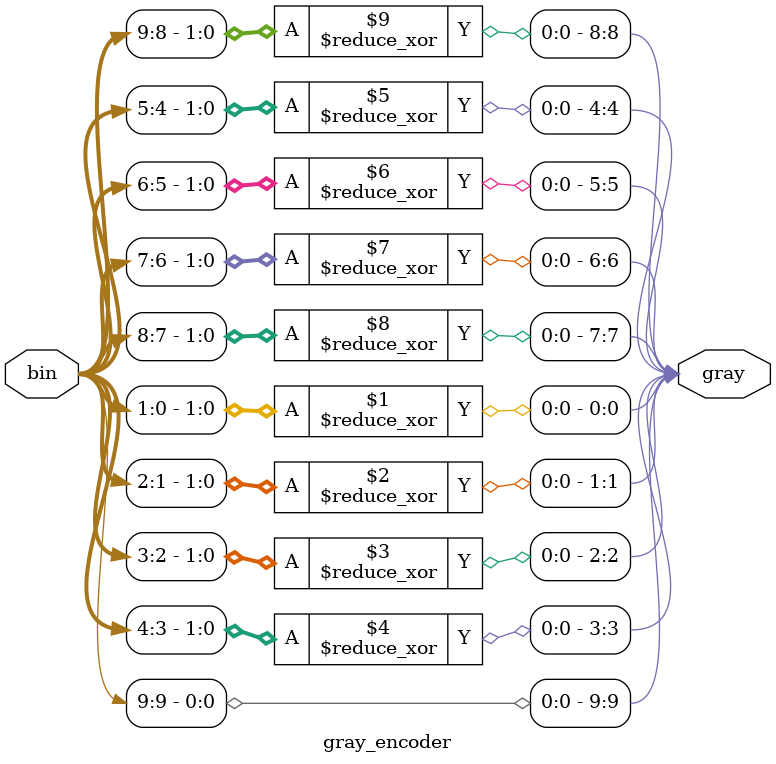
<source format=v>
module gray_encoder(bin, gray);
input wire [9:0] bin;
output wire [9:0] gray;

assign gray = {
	bin[9], ^bin[9:8],
	^bin[8:7], ^bin[7:6], ^bin[6:5], ^bin[5:4],
	^bin[4:3], ^bin[3:2], ^bin[2:1], ^bin[1:0]
};

endmodule

</source>
